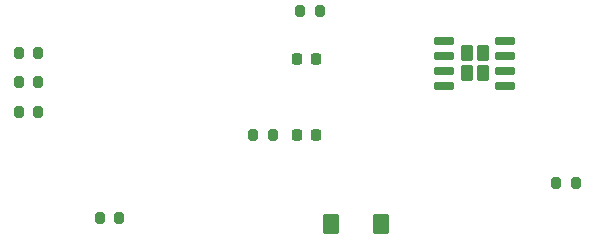
<source format=gtp>
%TF.GenerationSoftware,KiCad,Pcbnew,9.0.1*%
%TF.CreationDate,2025-06-09T13:50:40-07:00*%
%TF.ProjectId,chop_battery_board,63686f70-5f62-4617-9474-6572795f626f,rev?*%
%TF.SameCoordinates,Original*%
%TF.FileFunction,Paste,Top*%
%TF.FilePolarity,Positive*%
%FSLAX46Y46*%
G04 Gerber Fmt 4.6, Leading zero omitted, Abs format (unit mm)*
G04 Created by KiCad (PCBNEW 9.0.1) date 2025-06-09 13:50:40*
%MOMM*%
%LPD*%
G01*
G04 APERTURE LIST*
G04 Aperture macros list*
%AMRoundRect*
0 Rectangle with rounded corners*
0 $1 Rounding radius*
0 $2 $3 $4 $5 $6 $7 $8 $9 X,Y pos of 4 corners*
0 Add a 4 corners polygon primitive as box body*
4,1,4,$2,$3,$4,$5,$6,$7,$8,$9,$2,$3,0*
0 Add four circle primitives for the rounded corners*
1,1,$1+$1,$2,$3*
1,1,$1+$1,$4,$5*
1,1,$1+$1,$6,$7*
1,1,$1+$1,$8,$9*
0 Add four rect primitives between the rounded corners*
20,1,$1+$1,$2,$3,$4,$5,0*
20,1,$1+$1,$4,$5,$6,$7,0*
20,1,$1+$1,$6,$7,$8,$9,0*
20,1,$1+$1,$8,$9,$2,$3,0*%
G04 Aperture macros list end*
%ADD10RoundRect,0.218750X-0.218750X-0.256250X0.218750X-0.256250X0.218750X0.256250X-0.218750X0.256250X0*%
%ADD11RoundRect,0.200000X-0.200000X-0.275000X0.200000X-0.275000X0.200000X0.275000X-0.200000X0.275000X0*%
%ADD12RoundRect,0.250000X-0.295000X-0.435000X0.295000X-0.435000X0.295000X0.435000X-0.295000X0.435000X0*%
%ADD13RoundRect,0.150000X-0.737500X-0.150000X0.737500X-0.150000X0.737500X0.150000X-0.737500X0.150000X0*%
%ADD14RoundRect,0.200000X0.200000X0.275000X-0.200000X0.275000X-0.200000X-0.275000X0.200000X-0.275000X0*%
%ADD15RoundRect,0.180556X-0.469444X-0.699444X0.469444X-0.699444X0.469444X0.699444X-0.469444X0.699444X0*%
G04 APERTURE END LIST*
D10*
%TO.C,D2*%
X173425000Y-117000000D03*
X175000000Y-117000000D03*
%TD*%
%TO.C,D3*%
X173425000Y-123500000D03*
X175000000Y-123500000D03*
%TD*%
D11*
%TO.C,R4*%
X169675000Y-123500000D03*
X171325000Y-123500000D03*
%TD*%
%TO.C,R7*%
X149850000Y-119000000D03*
X151500000Y-119000000D03*
%TD*%
%TO.C,R3*%
X173675000Y-113000000D03*
X175325000Y-113000000D03*
%TD*%
D12*
%TO.C,U1*%
X187757500Y-116555000D03*
X187757500Y-118255000D03*
X189117500Y-116555000D03*
X189117500Y-118255000D03*
D13*
X185875000Y-115500000D03*
X185875000Y-116770000D03*
X185875000Y-118040000D03*
X185875000Y-119310000D03*
X191000000Y-119310000D03*
X191000000Y-118040000D03*
X191000000Y-116770000D03*
X191000000Y-115500000D03*
%TD*%
D14*
%TO.C,R9*%
X197000000Y-127500000D03*
X195350000Y-127500000D03*
%TD*%
D11*
%TO.C,R5*%
X149850000Y-116500000D03*
X151500000Y-116500000D03*
%TD*%
D15*
%TO.C,D1*%
X176240000Y-131000000D03*
X180500000Y-131000000D03*
%TD*%
D14*
%TO.C,R6*%
X151500000Y-121500000D03*
X149850000Y-121500000D03*
%TD*%
D11*
%TO.C,R8*%
X156675000Y-130500000D03*
X158325000Y-130500000D03*
%TD*%
M02*

</source>
